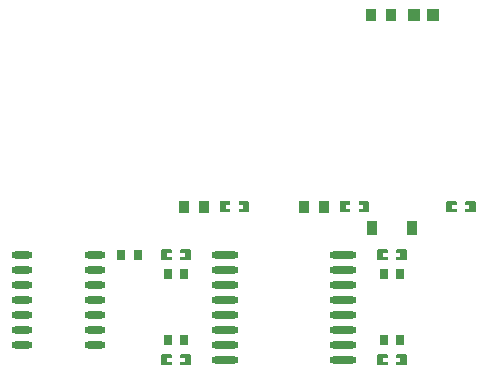
<source format=gtp>
G04 Layer: TopPasteMaskLayer*
G04 Panelize: , Column: 2, Row: 2, Board Size: 58.42mm x 58.42mm, Panelized Board Size: 118.84mm x 118.84mm*
G04 EasyEDA v6.5.34, 2023-09-06 22:53:46*
G04 8447068ee38c4666810ae06fb5c4ba43,5a6b42c53f6a479593ecc07194224c93,10*
G04 Gerber Generator version 0.2*
G04 Scale: 100 percent, Rotated: No, Reflected: No *
G04 Dimensions in millimeters *
G04 leading zeros omitted , absolute positions ,4 integer and 5 decimal *
%FSLAX45Y45*%
%MOMM*%

%ADD10O,1.7999964X0.5999988*%
%ADD11R,0.8999X1.0000*%
%ADD12R,1.0000X1.1000*%
%ADD13O,2.2999954X0.5999988*%
%ADD14R,0.8000X0.9000*%
%ADD15R,0.9500X1.1500*%

%LPD*%
G36*
X4586122Y4070908D02*
G01*
X4581093Y4065879D01*
X4581093Y4043121D01*
X4618075Y4043121D01*
X4618075Y4010101D01*
X4581093Y4010101D01*
X4581093Y3985920D01*
X4586122Y3980891D01*
X4666081Y3980891D01*
X4671110Y3985920D01*
X4671110Y4065879D01*
X4666081Y4070908D01*
G37*
G36*
X4427118Y4070908D02*
G01*
X4422089Y4065879D01*
X4422089Y3985920D01*
X4427118Y3980891D01*
X4506112Y3980891D01*
X4511090Y3985920D01*
X4511090Y4010101D01*
X4473092Y4010101D01*
X4473092Y4043121D01*
X4511090Y4043121D01*
X4511090Y4065879D01*
X4506112Y4070908D01*
G37*
G36*
X2509418Y4070908D02*
G01*
X2504389Y4065879D01*
X2504389Y3985920D01*
X2509418Y3980891D01*
X2589377Y3980891D01*
X2594406Y3985920D01*
X2594406Y4008678D01*
X2557424Y4008678D01*
X2557424Y4041698D01*
X2594406Y4041698D01*
X2594406Y4065879D01*
X2589377Y4070908D01*
G37*
G36*
X2669387Y4070908D02*
G01*
X2664409Y4065879D01*
X2664409Y4041698D01*
X2702407Y4041698D01*
X2702407Y4008678D01*
X2664409Y4008678D01*
X2664409Y3985920D01*
X2669387Y3980891D01*
X2748381Y3980891D01*
X2753410Y3985920D01*
X2753410Y4065879D01*
X2748381Y4070908D01*
G37*
G36*
X3525418Y4070908D02*
G01*
X3520389Y4065879D01*
X3520389Y3985920D01*
X3525418Y3980891D01*
X3605377Y3980891D01*
X3610406Y3985920D01*
X3610406Y4008678D01*
X3573424Y4008678D01*
X3573424Y4041698D01*
X3610406Y4041698D01*
X3610406Y4065879D01*
X3605377Y4070908D01*
G37*
G36*
X3685387Y4070908D02*
G01*
X3680409Y4065879D01*
X3680409Y4041698D01*
X3718407Y4041698D01*
X3718407Y4008678D01*
X3680409Y4008678D01*
X3680409Y3985920D01*
X3685387Y3980891D01*
X3764381Y3980891D01*
X3769410Y3985920D01*
X3769410Y4065879D01*
X3764381Y4070908D01*
G37*
G36*
X2014118Y3664508D02*
G01*
X2009089Y3659479D01*
X2009089Y3579520D01*
X2014118Y3574491D01*
X2094077Y3574491D01*
X2099106Y3579520D01*
X2099106Y3602278D01*
X2062124Y3602278D01*
X2062124Y3635298D01*
X2099106Y3635298D01*
X2099106Y3659479D01*
X2094077Y3664508D01*
G37*
G36*
X2174087Y3664508D02*
G01*
X2169109Y3659479D01*
X2169109Y3635298D01*
X2207107Y3635298D01*
X2207107Y3602278D01*
X2169109Y3602278D01*
X2169109Y3579520D01*
X2174087Y3574491D01*
X2253081Y3574491D01*
X2258110Y3579520D01*
X2258110Y3659479D01*
X2253081Y3664508D01*
G37*
G36*
X2014118Y2775508D02*
G01*
X2009089Y2770479D01*
X2009089Y2690520D01*
X2014118Y2685491D01*
X2094077Y2685491D01*
X2099106Y2690520D01*
X2099106Y2713278D01*
X2062124Y2713278D01*
X2062124Y2746298D01*
X2099106Y2746298D01*
X2099106Y2770479D01*
X2094077Y2775508D01*
G37*
G36*
X2174087Y2775508D02*
G01*
X2169109Y2770479D01*
X2169109Y2746298D01*
X2207107Y2746298D01*
X2207107Y2713278D01*
X2169109Y2713278D01*
X2169109Y2690520D01*
X2174087Y2685491D01*
X2253081Y2685491D01*
X2258110Y2690520D01*
X2258110Y2770479D01*
X2253081Y2775508D01*
G37*
G36*
X4001922Y3664508D02*
G01*
X3996893Y3659479D01*
X3996893Y3636721D01*
X4033926Y3636721D01*
X4033926Y3603701D01*
X3996893Y3603701D01*
X3996893Y3579520D01*
X4001922Y3574491D01*
X4081881Y3574491D01*
X4086910Y3579520D01*
X4086910Y3659479D01*
X4081881Y3664508D01*
G37*
G36*
X3842918Y3664508D02*
G01*
X3837889Y3659479D01*
X3837889Y3579520D01*
X3842918Y3574491D01*
X3921912Y3574491D01*
X3926890Y3579520D01*
X3926890Y3603701D01*
X3888892Y3603701D01*
X3888892Y3636721D01*
X3926890Y3636721D01*
X3926890Y3659479D01*
X3921912Y3664508D01*
G37*
G36*
X4001922Y2775508D02*
G01*
X3996893Y2770479D01*
X3996893Y2747721D01*
X4033926Y2747721D01*
X4033926Y2714701D01*
X3996893Y2714701D01*
X3996893Y2690520D01*
X4001922Y2685491D01*
X4081881Y2685491D01*
X4086910Y2690520D01*
X4086910Y2770479D01*
X4081881Y2775508D01*
G37*
G36*
X3842918Y2775508D02*
G01*
X3837889Y2770479D01*
X3837889Y2690520D01*
X3842918Y2685491D01*
X3921912Y2685491D01*
X3926890Y2690520D01*
X3926890Y2714701D01*
X3888892Y2714701D01*
X3888892Y2747721D01*
X3926890Y2747721D01*
X3926890Y2770479D01*
X3921912Y2775508D01*
G37*
D10*
G01*
X1453006Y2857500D03*
G01*
X1453006Y2984500D03*
G01*
X1453006Y3111500D03*
G01*
X1453006Y3238500D03*
G01*
X1453006Y3365500D03*
G01*
X1453006Y3492500D03*
G01*
X1453006Y3619500D03*
G01*
X832993Y2857500D03*
G01*
X832993Y2984500D03*
G01*
X832993Y3111500D03*
G01*
X832993Y3238500D03*
G01*
X832993Y3365500D03*
G01*
X832993Y3492500D03*
G01*
X832993Y3619500D03*
D11*
G01*
X2200986Y4025900D03*
G01*
X2370988Y4025900D03*
G01*
X3216986Y4025900D03*
G01*
X3386988Y4025900D03*
D12*
G01*
X4149090Y5651500D03*
G01*
X4309084Y5651500D03*
D11*
G01*
X3788486Y5651500D03*
G01*
X3958488Y5651500D03*
D13*
G01*
X3547999Y2730500D03*
G01*
X3547999Y2857500D03*
G01*
X3547999Y2984500D03*
G01*
X3547999Y3111500D03*
G01*
X3547999Y3238500D03*
G01*
X3547999Y3365500D03*
G01*
X3547999Y3492500D03*
G01*
X3547999Y3619500D03*
G01*
X2548000Y2730500D03*
G01*
X2548000Y2857500D03*
G01*
X2548000Y2984500D03*
G01*
X2548000Y3111500D03*
G01*
X2548000Y3238500D03*
G01*
X2548000Y3365500D03*
G01*
X2548000Y3492500D03*
G01*
X2548000Y3619500D03*
D14*
G01*
X3892397Y3454400D03*
G01*
X4032402Y3454400D03*
D15*
G01*
X3793159Y3848100D03*
G01*
X4131640Y3848100D03*
D14*
G01*
X4032402Y2895600D03*
G01*
X3892397Y2895600D03*
G01*
X2063597Y3454400D03*
G01*
X2203602Y3454400D03*
G01*
X2203602Y2895600D03*
G01*
X2063597Y2895600D03*
G01*
X1669897Y3619500D03*
G01*
X1809902Y3619500D03*
M02*

</source>
